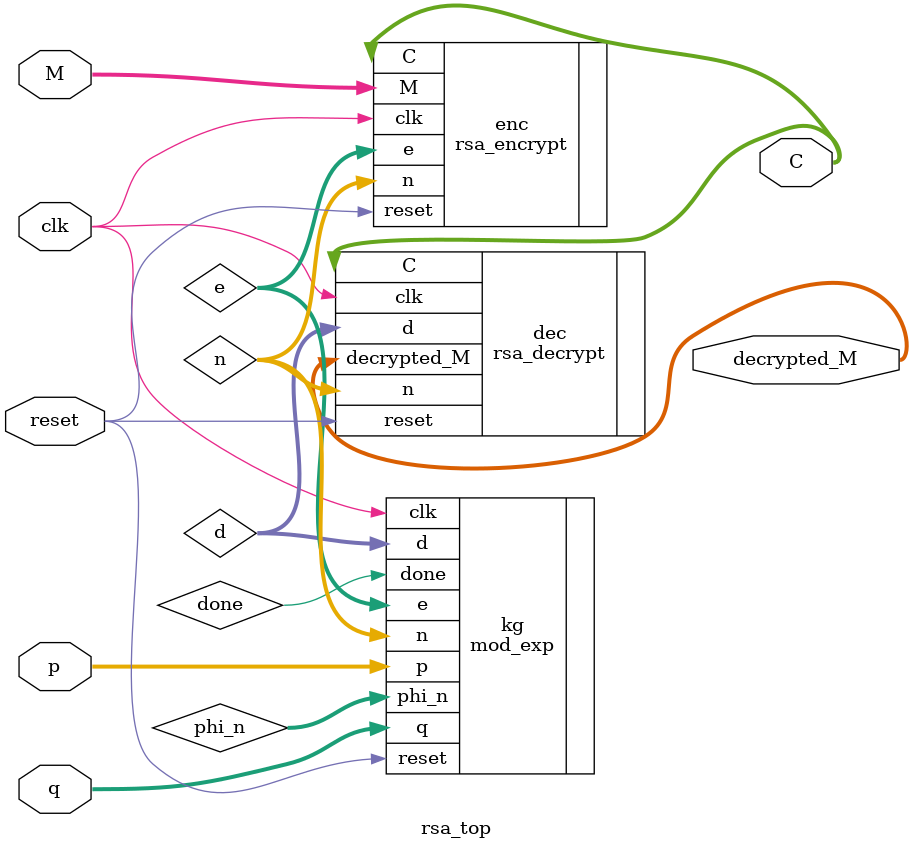
<source format=v>
module rsa_top( 
    input wire clk,
    input wire reset,
    input wire [6:0] M,
    input wire [3:0] p,
    input wire [3:0] q, 
    output wire [6:0] C,
    output wire [6:0] decrypted_M
);
    wire [6:0] n;      
    wire [6:0] phi_n;       
    wire [6:0] d,e;      
    wire done;         

    mod_exp kg (
        .p(p),
        .q(q),
        .reset(reset), 
        .n(n),
        .phi_n(phi_n),
       .e(e),
        .d(d),
        .clk(clk),
        .done(done)  );
  rsa_encrypt enc (
        .M(M),
        .e(e),
        .n(n),
        .C(C),
        .clk(clk),
        .reset(reset)
    );
  rsa_decrypt dec (
        .C(C),
        .d(d),
        .n(n),
        .decrypted_M(decrypted_M),
        .clk(clk),
        .reset(reset)
    );  
endmodule


</source>
